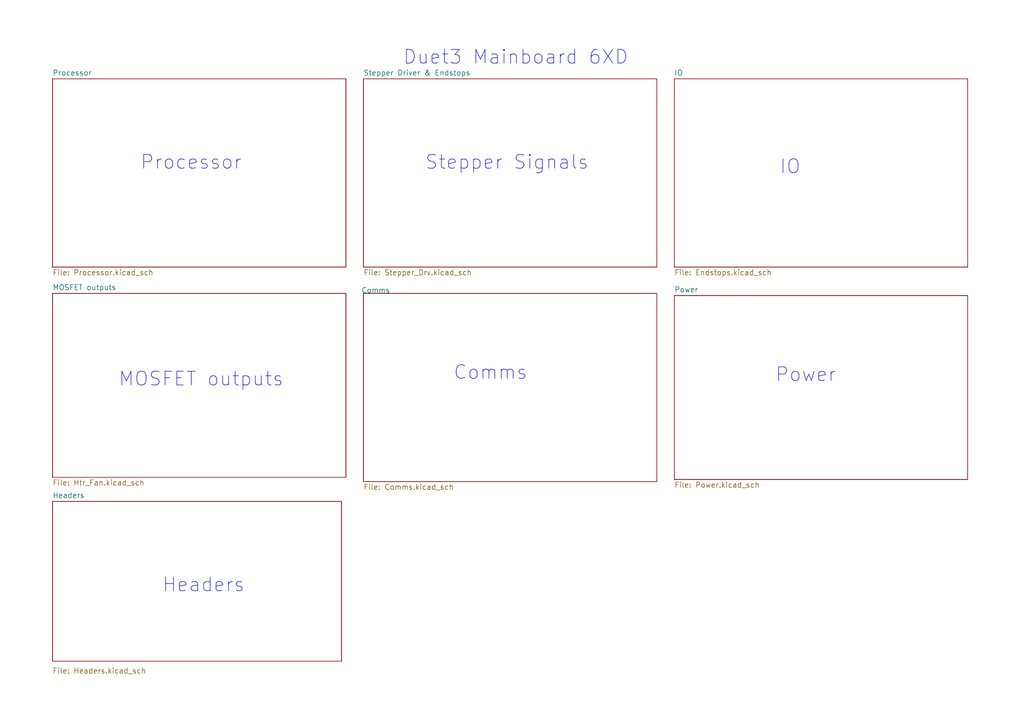
<source format=kicad_sch>
(kicad_sch (version 20211123) (generator eeschema)
  (paper "A4")
  (title_block (title "Duet 3 Main Board 6XD") (date "2023-02-22") (rev "1.01") (company "Duet3d") (comment 1 "(c) Duet3D"))
  (lib_symbols)
  (text "Duet3 Mainboard 6XD" (at 116.84 19.05 0) (effects (font (size 3.9878 3.9878)) (justify left bottom)))
  (text "IO" (at 226.06 50.8 0) (effects (font (size 3.9878 3.9878)) (justify left bottom)))
  (text "Headers" (at 46.99 172.085 0) (effects (font (size 3.9878 3.9878)) (justify left bottom)))
  (text "Comms" (at 131.445 110.49 0) (effects (font (size 3.9878 3.9878)) (justify left bottom)))
  (text "Processor" (at 40.64 49.53 0) (effects (font (size 3.9878 3.9878)) (justify left bottom)))
  (text "MOSFET outputs\n" (at 34.29 112.395 0) (effects (font (size 3.9878 3.9878)) (justify left bottom)))
  (text "Power" (at 224.79 111.125 0) (effects (font (size 3.9878 3.9878)) (justify left bottom)))
  (text "Stepper Signals\n" (at 123.19 49.53 0) (effects (font (size 3.9878 3.9878)) (justify left bottom)))
  (sheet (at 15.24 22.86) (size 85.09 54.61)
    (property "Sheet name" "Processor" (at 15.24 22.0214 0) (effects (font (size 1.524 1.524)) (justify left bottom)))
    (property "Sheet file" "Processor.kicad_sch" (at 15.24 78.1562 0) (effects (font (size 1.524 1.524)) (justify left top)))
  )
  (sheet (at 105.41 22.86) (size 85.09 54.61)
    (property "Sheet name" "Stepper Driver & Endstops" (at 105.41 22.0214 0) (effects (font (size 1.524 1.524)) (justify left bottom)))
    (property "Sheet file" "Stepper_Drv.kicad_sch" (at 105.41 78.1562 0) (effects (font (size 1.524 1.524)) (justify left top)))
  )
  (sheet (at 195.58 85.725) (size 85.09 53.34)
    (property "Sheet name" "Power" (at 195.58 84.8864 0) (effects (font (size 1.524 1.524)) (justify left bottom)))
    (property "Sheet file" "Power.kicad_sch" (at 195.58 139.7512 0) (effects (font (size 1.524 1.524)) (justify left top)))
  )
  (sheet (at 15.24 145.415) (size 83.82 46.355)
    (property "Sheet name" "Headers" (at 15.24 144.5764 0) (effects (font (size 1.524 1.524)) (justify left bottom)))
    (property "Sheet file" "Headers.kicad_sch" (at 15.24 193.675 0) (effects (font (size 1.524 1.524)) (justify left top)))
  )
  (sheet (at 15.24 85.09) (size 85.09 53.34)
    (property "Sheet name" "MOSFET outputs" (at 15.24 84.2514 0) (effects (font (size 1.524 1.524)) (justify left bottom)))
    (property "Sheet file" "Htr_Fan.kicad_sch" (at 15.24 139.1162 0) (effects (font (size 1.524 1.524)) (justify left top)))
  )
  (sheet (at 105.41 85.09) (size 85.09 54.61)
    (property "Sheet name" "Comms" (at 104.775 85.09 0) (effects (font (size 1.524 1.524)) (justify left bottom)))
    (property "Sheet file" "Comms.kicad_sch" (at 105.41 140.3862 0) (effects (font (size 1.524 1.524)) (justify left top)))
  )
  (sheet (at 195.58 22.86) (size 85.09 54.61)
    (property "Sheet name" "IO" (at 195.58 22.0214 0) (effects (font (size 1.524 1.524)) (justify left bottom)))
    (property "Sheet file" "Endstops.kicad_sch" (at 195.58 78.1562 0) (effects (font (size 1.524 1.524)) (justify left top)))
  )
)
</source>
